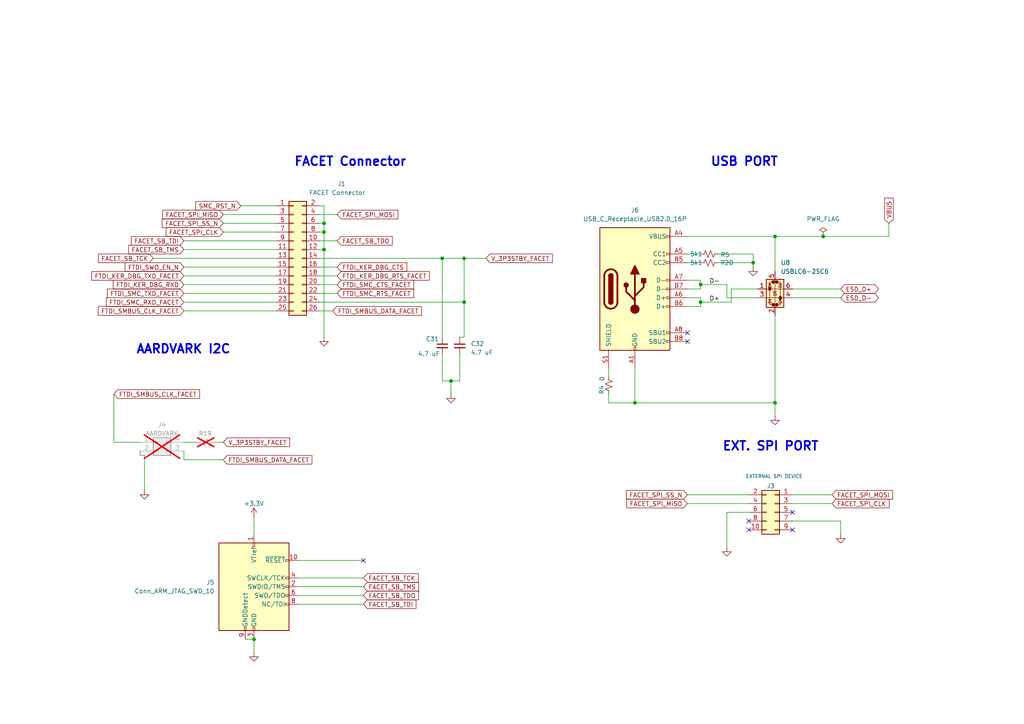
<source format=kicad_sch>
(kicad_sch (version 20250114) (generator "eeschema") (generator_version "9.0")
  (paper "A4")
  (lib_symbols
    (symbol "Connector:Conn_ARM_JTAG_SWD_10" (pin_names (offset 1.016))
      (property "Reference" "J" (at -2.54 16.51 0))
      (property "Value" "Conn_ARM_JTAG_SWD_10" (at -2.54 13.97 0))
      (symbol "Conn_ARM_JTAG_SWD_10_0_1"
        (rectangle (start -10.16 12.7) (end 10.16 -12.7) (stroke (width 0.254)) (fill (type background)))
        (rectangle (start -2.794 -12.7) (end -2.286 -11.684))
        (rectangle (start -0.254 12.7) (end 0.254 11.684))
        (rectangle (start -0.254 -12.7) (end 0.254 -11.684))
        (rectangle (start 9.144 2.286) (end 10.16 2.794))
        (rectangle (start 10.16 7.874) (end 9.144 7.366))
        (rectangle (start 10.16 -0.254) (end 9.144 0.254))
        (rectangle (start 10.16 -2.794) (end 9.144 -2.286))
      )
      (symbol "Conn_ARM_JTAG_SWD_10_1_1"
        (rectangle (start 9.144 -5.334) (end 10.16 -4.826))
        (pin no_connect line (at -10.16 0 0) (length 2.54) (hide yes) (name "KEY") (number "7"))
        (pin passive line (at -2.54 -15.24 90) (length 2.54) (name "GNDDetect") (number "9"))
        (pin power_in line (at 0 15.24 270) (length 2.54) (name "VTref") (number "1"))
        (pin power_in line (at 0 -15.24 90) (length 2.54) (name "GND") (number "3"))
        (pin passive line (at 0 -15.24 90) (length 2.54) (hide yes) (name "GND") (number "5"))
        (pin open_collector line (at 12.7 7.62 180) (length 2.54) (name "~{RESET}") (number "10"))
        (pin output line (at 12.7 2.54 180) (length 2.54) (name "SWCLK/TCK") (number "4"))
        (pin bidirectional line (at 12.7 0 180) (length 2.54) (name "SWDIO/TMS") (number "2"))
        (pin input line (at 12.7 -2.54 180) (length 2.54) (name "SWO/TDO") (number "6"))
        (pin output line (at 12.7 -5.08 180) (length 2.54) (name "NC/TDI") (number "8"))
      )
    )
    (symbol "Connector:USB_C_Receptacle_USB2.0_16P" (pin_names (offset 1.016))
      (property "Reference" "J" (at 0 22.225 0))
      (property "Value" "USB_C_Receptacle_USB2.0_16P" (at 0 19.685 0))
      (symbol "USB_C_Receptacle_USB2.0_16P_0_0"
        (rectangle (start -0.254 -17.78) (end 0.254 -16.764))
        (rectangle (start 10.16 15.494) (end 9.144 14.986))
        (rectangle (start 10.16 10.414) (end 9.144 9.906))
        (rectangle (start 10.16 7.874) (end 9.144 7.366))
        (rectangle (start 10.16 2.794) (end 9.144 2.286))
        (rectangle (start 10.16 0.254) (end 9.144 -0.254))
        (rectangle (start 10.16 -2.286) (end 9.144 -2.794))
        (rectangle (start 10.16 -4.826) (end 9.144 -5.334))
        (rectangle (start 10.16 -12.446) (end 9.144 -12.954))
        (rectangle (start 10.16 -14.986) (end 9.144 -15.494))
      )
      (symbol "USB_C_Receptacle_USB2.0_16P_0_1"
        (rectangle (start -10.16 17.78) (end 10.16 -17.78) (stroke (width 0.254)) (fill (type background)))
        (polyline (pts (xy -8.89 -3.81) (xy -8.89 3.81)) (stroke (width 0.508)))
        (rectangle (start -7.62 -3.81) (end -6.35 3.81) (stroke (width 0.254)) (fill (type outline)))
        (arc (start -7.62 3.81) (mid -6.985 4.4423) (end -6.35 3.81) (stroke (width 0.254)))
        (arc (start -7.62 3.81) (mid -6.985 4.4423) (end -6.35 3.81) (stroke (width 0.254)) (fill (type outline)))
        (arc (start -8.89 3.81) (mid -6.985 5.7067) (end -5.08 3.81) (stroke (width 0.508)))
        (arc (start -5.08 -3.81) (mid -6.985 -5.7067) (end -8.89 -3.81) (stroke (width 0.508)))
        (arc (start -6.35 -3.81) (mid -6.985 -4.4423) (end -7.62 -3.81) (stroke (width 0.254)))
        (arc (start -6.35 -3.81) (mid -6.985 -4.4423) (end -7.62 -3.81) (stroke (width 0.254)) (fill (type outline)))
        (polyline (pts (xy -5.08 3.81) (xy -5.08 -3.81)) (stroke (width 0.508)))
        (circle (center -2.54 1.143) (radius 0.635) (stroke (width 0.254)) (fill (type outline)))
        (polyline (pts (xy -1.27 4.318) (xy 0 6.858) (xy 1.27 4.318) (xy -1.27 4.318)) (stroke (width 0.254)) (fill (type outline)))
        (polyline (pts (xy 0 -2.032) (xy 2.54 0.508) (xy 2.54 1.778)) (stroke (width 0.508)))
        (polyline (pts (xy 0 -3.302) (xy -2.54 -0.762) (xy -2.54 0.508)) (stroke (width 0.508)))
        (polyline (pts (xy 0 -5.842) (xy 0 4.318)) (stroke (width 0.508)))
        (circle (center 0 -5.842) (radius 1.27) (fill (type outline)))
        (rectangle (start 1.905 1.778) (end 3.175 3.048) (stroke (width 0.254)) (fill (type outline)))
      )
      (symbol "USB_C_Receptacle_USB2.0_16P_1_1"
        (pin passive line (at -7.62 -22.86 90) (length 5.08) (name "SHIELD") (number "S1"))
        (pin passive line (at 0 -22.86 90) (length 5.08) (name "GND") (number "A1"))
        (pin passive line (at 0 -22.86 90) (length 5.08) (hide yes) (name "GND") (number "A12"))
        (pin passive line (at 0 -22.86 90) (length 5.08) (hide yes) (name "GND") (number "B1"))
        (pin passive line (at 0 -22.86 90) (length 5.08) (hide yes) (name "GND") (number "B12"))
        (pin passive line (at 15.24 15.24 180) (length 5.08) (name "VBUS") (number "A4"))
        (pin passive line (at 15.24 15.24 180) (length 5.08) (hide yes) (name "VBUS") (number "A9"))
        (pin passive line (at 15.24 15.24 180) (length 5.08) (hide yes) (name "VBUS") (number "B4"))
        (pin passive line (at 15.24 15.24 180) (length 5.08) (hide yes) (name "VBUS") (number "B9"))
        (pin bidirectional line (at 15.24 10.16 180) (length 5.08) (name "CC1") (number "A5"))
        (pin bidirectional line (at 15.24 7.62 180) (length 5.08) (name "CC2") (number "B5"))
        (pin bidirectional line (at 15.24 2.54 180) (length 5.08) (name "D-") (number "A7"))
        (pin bidirectional line (at 15.24 0 180) (length 5.08) (name "D-") (number "B7"))
        (pin bidirectional line (at 15.24 -2.54 180) (length 5.08) (name "D+") (number "A6"))
        (pin bidirectional line (at 15.24 -5.08 180) (length 5.08) (name "D+") (number "B6"))
        (pin bidirectional line (at 15.24 -12.7 180) (length 5.08) (name "SBU1") (number "A8"))
        (pin bidirectional line (at 15.24 -15.24 180) (length 5.08) (name "SBU2") (number "B8"))
      )
    )
    (symbol "Connector_Generic:Conn_02x02_Counter_Clockwise" (pin_names (offset 1.016) (hide yes))
      (property "Reference" "J" (at 1.27 2.54 0))
      (property "Value" "Conn_02x02_Counter_Clockwise" (at 1.27 -5.08 0))
      (symbol "Conn_02x02_Counter_Clockwise_1_1"
        (rectangle (start -1.27 1.27) (end 3.81 -3.81) (stroke (width 0.254)) (fill (type background)))
        (rectangle (start -1.27 0.127) (end 0 -0.127) (stroke (width 0.1524)))
        (rectangle (start -1.27 -2.413) (end 0 -2.667) (stroke (width 0.1524)))
        (rectangle (start 3.81 0.127) (end 2.54 -0.127) (stroke (width 0.1524)))
        (rectangle (start 3.81 -2.413) (end 2.54 -2.667) (stroke (width 0.1524)))
        (pin passive line (at -5.08 0 0) (length 3.81) (name "Pin_1") (number "1"))
        (pin passive line (at -5.08 -2.54 0) (length 3.81) (name "Pin_2") (number "2"))
        (pin passive line (at 7.62 0 180) (length 3.81) (name "Pin_4") (number "4"))
        (pin passive line (at 7.62 -2.54 180) (length 3.81) (name "Pin_3") (number "3"))
      )
    )
    (symbol "Connector_Generic:Conn_02x05_Odd_Even" (pin_names (offset 1.016) (hide yes))
      (property "Reference" "J" (at 1.27 7.62 0))
      (property "Value" "Conn_02x05_Odd_Even" (at 1.27 -7.62 0))
      (symbol "Conn_02x05_Odd_Even_1_1"
        (rectangle (start -1.27 6.35) (end 3.81 -6.35) (stroke (width 0.254)) (fill (type background)))
        (rectangle (start -1.27 5.207) (end 0 4.953) (stroke (width 0.1524)))
        (rectangle (start -1.27 2.667) (end 0 2.413) (stroke (width 0.1524)))
        (rectangle (start -1.27 0.127) (end 0 -0.127) (stroke (width 0.1524)))
        (rectangle (start -1.27 -2.413) (end 0 -2.667) (stroke (width 0.1524)))
        (rectangle (start -1.27 -4.953) (end 0 -5.207) (stroke (width 0.1524)))
        (rectangle (start 3.81 5.207) (end 2.54 4.953) (stroke (width 0.1524)))
        (rectangle (start 3.81 2.667) (end 2.54 2.413) (stroke (width 0.1524)))
        (rectangle (start 3.81 0.127) (end 2.54 -0.127) (stroke (width 0.1524)))
        (rectangle (start 3.81 -2.413) (end 2.54 -2.667) (stroke (width 0.1524)))
        (rectangle (start 3.81 -4.953) (end 2.54 -5.207) (stroke (width 0.1524)))
        (pin passive line (at -5.08 5.08 0) (length 3.81) (name "Pin_1") (number "1"))
        (pin passive line (at -5.08 2.54 0) (length 3.81) (name "Pin_3") (number "3"))
        (pin passive line (at -5.08 0 0) (length 3.81) (name "Pin_5") (number "5"))
        (pin passive line (at -5.08 -2.54 0) (length 3.81) (name "Pin_7") (number "7"))
        (pin passive line (at -5.08 -5.08 0) (length 3.81) (name "Pin_9") (number "9"))
        (pin passive line (at 7.62 5.08 180) (length 3.81) (name "Pin_2") (number "2"))
        (pin passive line (at 7.62 2.54 180) (length 3.81) (name "Pin_4") (number "4"))
        (pin passive line (at 7.62 0 180) (length 3.81) (name "Pin_6") (number "6"))
        (pin passive line (at 7.62 -2.54 180) (length 3.81) (name "Pin_8") (number "8"))
        (pin passive line (at 7.62 -5.08 180) (length 3.81) (name "Pin_10") (number "10"))
      )
    )
    (symbol "Connector_Generic:Conn_02x13_Odd_Even" (pin_names (offset 1.016) (hide yes))
      (property "Reference" "J" (at 1.27 17.78 0))
      (property "Value" "Conn_02x13_Odd_Even" (at 1.27 -17.78 0))
      (symbol "Conn_02x13_Odd_Even_1_1"
        (rectangle (start -1.27 16.51) (end 3.81 -16.51) (stroke (width 0.254)) (fill (type background)))
        (rectangle (start -1.27 15.367) (end 0 15.113) (stroke (width 0.1524)))
        (rectangle (start -1.27 12.827) (end 0 12.573) (stroke (width 0.1524)))
        (rectangle (start -1.27 10.287) (end 0 10.033) (stroke (width 0.1524)))
        (rectangle (start -1.27 7.747) (end 0 7.493) (stroke (width 0.1524)))
        (rectangle (start -1.27 5.207) (end 0 4.953) (stroke (width 0.1524)))
        (rectangle (start -1.27 2.667) (end 0 2.413) (stroke (width 0.1524)))
        (rectangle (start -1.27 0.127) (end 0 -0.127) (stroke (width 0.1524)))
        (rectangle (start -1.27 -2.413) (end 0 -2.667) (stroke (width 0.1524)))
        (rectangle (start -1.27 -4.953) (end 0 -5.207) (stroke (width 0.1524)))
        (rectangle (start -1.27 -7.493) (end 0 -7.747) (stroke (width 0.1524)))
        (rectangle (start -1.27 -10.033) (end 0 -10.287) (stroke (width 0.1524)))
        (rectangle (start -1.27 -12.573) (end 0 -12.827) (stroke (width 0.1524)))
        (rectangle (start -1.27 -15.113) (end 0 -15.367) (stroke (width 0.1524)))
        (rectangle (start 3.81 15.367) (end 2.54 15.113) (stroke (width 0.1524)))
        (rectangle (start 3.81 12.827) (end 2.54 12.573) (stroke (width 0.1524)))
        (rectangle (start 3.81 10.287) (end 2.54 10.033) (stroke (width 0.1524)))
        (rectangle (start 3.81 7.747) (end 2.54 7.493) (stroke (width 0.1524)))
        (rectangle (start 3.81 5.207) (end 2.54 4.953) (stroke (width 0.1524)))
        (rectangle (start 3.81 2.667) (end 2.54 2.413) (stroke (width 0.1524)))
        (rectangle (start 3.81 0.127) (end 2.54 -0.127) (stroke (width 0.1524)))
        (rectangle (start 3.81 -2.413) (end 2.54 -2.667) (stroke (width 0.1524)))
        (rectangle (start 3.81 -4.953) (end 2.54 -5.207) (stroke (width 0.1524)))
        (rectangle (start 3.81 -7.493) (end 2.54 -7.747) (stroke (width 0.1524)))
        (rectangle (start 3.81 -10.033) (end 2.54 -10.287) (stroke (width 0.1524)))
        (rectangle (start 3.81 -12.573) (end 2.54 -12.827) (stroke (width 0.1524)))
        (rectangle (start 3.81 -15.113) (end 2.54 -15.367) (stroke (width 0.1524)))
        (pin passive line (at -5.08 15.24 0) (length 3.81) (name "Pin_1") (number "1"))
        (pin passive line (at -5.08 12.7 0) (length 3.81) (name "Pin_3") (number "3"))
        (pin passive line (at -5.08 10.16 0) (length 3.81) (name "Pin_5") (number "5"))
        (pin passive line (at -5.08 7.62 0) (length 3.81) (name "Pin_7") (number "7"))
        (pin passive line (at -5.08 5.08 0) (length 3.81) (name "Pin_9") (number "9"))
        (pin passive line (at -5.08 2.54 0) (length 3.81) (name "Pin_11") (number "11"))
        (pin passive line (at -5.08 0 0) (length 3.81) (name "Pin_13") (number "13"))
        (pin passive line (at -5.08 -2.54 0) (length 3.81) (name "Pin_15") (number "15"))
        (pin passive line (at -5.08 -5.08 0) (length 3.81) (name "Pin_17") (number "17"))
        (pin passive line (at -5.08 -7.62 0) (length 3.81) (name "Pin_19") (number "19"))
        (pin passive line (at -5.08 -10.16 0) (length 3.81) (name "Pin_21") (number "21"))
        (pin passive line (at -5.08 -12.7 0) (length 3.81) (name "Pin_23") (number "23"))
        (pin passive line (at -5.08 -15.24 0) (length 3.81) (name "Pin_25") (number "25"))
        (pin passive line (at 7.62 15.24 180) (length 3.81) (name "Pin_2") (number "2"))
        (pin passive line (at 7.62 12.7 180) (length 3.81) (name "Pin_4") (number "4"))
        (pin passive line (at 7.62 10.16 180) (length 3.81) (name "Pin_6") (number "6"))
        (pin passive line (at 7.62 7.62 180) (length 3.81) (name "Pin_8") (number "8"))
        (pin passive line (at 7.62 5.08 180) (length 3.81) (name "Pin_10") (number "10"))
        (pin passive line (at 7.62 2.54 180) (length 3.81) (name "Pin_12") (number "12"))
        (pin passive line (at 7.62 0 180) (length 3.81) (name "Pin_14") (number "14"))
        (pin passive line (at 7.62 -2.54 180) (length 3.81) (name "Pin_16") (number "16"))
        (pin passive line (at 7.62 -5.08 180) (length 3.81) (name "Pin_18") (number "18"))
        (pin passive line (at 7.62 -7.62 180) (length 3.81) (name "Pin_20") (number "20"))
        (pin passive line (at 7.62 -10.16 180) (length 3.81) (name "Pin_22") (number "22"))
        (pin passive line (at 7.62 -12.7 180) (length 3.81) (name "Pin_24") (number "24"))
        (pin passive line (at 7.62 -15.24 180) (length 3.81) (name "Pin_26") (number "26"))
      )
    )
    (symbol "Device:C_Small" (pin_numbers (hide yes)) (pin_names (offset 0.254) (hide yes))
      (property "Reference" "C" (at 0.254 1.778 0))
      (property "Value" "C_Small" (at 0.254 -2.032 0))
      (symbol "C_Small_0_1"
        (polyline (pts (xy -1.524 0.508) (xy 1.524 0.508)) (stroke (width 0.3048)))
        (polyline (pts (xy -1.524 -0.508) (xy 1.524 -0.508)) (stroke (width 0.3302)))
      )
      (symbol "C_Small_1_1"
        (pin passive line (at 0 2.54 270) (length 2.032) (name "~") (number "1"))
        (pin passive line (at 0 -2.54 90) (length 2.032) (name "~") (number "2"))
      )
    )
    (symbol "Device:R_Small_US" (pin_numbers (hide yes)) (pin_names (offset 0.254) (hide yes))
      (property "Reference" "R" (at 0.762 0.508 0))
      (property "Value" "R_Small_US" (at 0.762 -1.016 0))
      (symbol "R_Small_US_1_1"
        (polyline (pts (xy 0 1.524) (xy 1.016 1.143) (xy 0 0.762) (xy -1.016 0.381) (xy 0 0)))
        (polyline (pts (xy 0 0) (xy 1.016 -0.381) (xy 0 -0.762) (xy -1.016 -1.143) (xy 0 -1.524)))
        (pin passive line (at 0 2.54 270) (length 1.016) (name "~") (number "1"))
        (pin passive line (at 0 -2.54 90) (length 1.016) (name "~") (number "2"))
      )
    )
    (symbol "Power_Protection:USBLC6-2SC6" (pin_names (hide yes))
      (property "Reference" "U" (at 0.635 5.715 0))
      (property "Value" "USBLC6-2SC6" (at 0.635 3.81 0))
      (symbol "USBLC6-2SC6_0_0"
        (circle (center -1.524 0) (radius 0.0001) (stroke (width 0.508)))
        (circle (center -0.508 2.032) (radius 0.0001) (stroke (width 0.508)))
        (circle (center -0.508 -4.572) (radius 0.0001) (stroke (width 0.508)))
        (circle (center 0.508 2.032) (radius 0.0001) (stroke (width 0.508)))
        (circle (center 0.508 -4.572) (radius 0.0001) (stroke (width 0.508)))
        (circle (center 1.524 -2.54) (radius 0.0001) (stroke (width 0.508)))
      )
      (symbol "USBLC6-2SC6_0_1"
        (polyline (pts (xy -2.54 0) (xy 2.54 0)))
        (polyline (pts (xy -2.54 -2.54) (xy 2.54 -2.54)))
        (polyline (pts (xy -2.032 0.508) (xy -1.016 0.508) (xy -1.524 1.524) (xy -2.032 0.508)))
        (polyline (pts (xy -2.032 -3.048) (xy -1.016 -3.048)))
        (polyline (pts (xy -1.016 1.524) (xy -2.032 1.524)))
        (polyline (pts (xy -1.016 -4.064) (xy -2.032 -4.064) (xy -1.524 -3.048) (xy -1.016 -4.064)))
        (polyline (pts (xy -0.508 -1.143) (xy -0.508 -0.762) (xy 0.508 -0.762)))
        (polyline (pts (xy 0 2.54) (xy -0.508 2.032) (xy 0.508 2.032) (xy 0 1.524) (xy 0 -4.064) (xy -0.508 -4.572) (xy 0.508 -4.572) (xy 0 -5.08)))
        (polyline (pts (xy 0.508 -1.778) (xy -0.508 -1.778) (xy 0 -0.762) (xy 0.508 -1.778)))
        (polyline (pts (xy 1.016 1.524) (xy 2.032 1.524)))
        (polyline (pts (xy 1.016 -3.048) (xy 2.032 -3.048)))
        (polyline (pts (xy 2.032 0.508) (xy 1.016 0.508) (xy 1.524 1.524) (xy 2.032 0.508)))
        (polyline (pts (xy 2.032 -4.064) (xy 1.016 -4.064) (xy 1.524 -3.048) (xy 2.032 -4.064)))
      )
      (symbol "USBLC6-2SC6_1_1"
        (rectangle (start -2.54 2.794) (end 2.54 -5.334) (stroke (width 0.254)) (fill (type background)))
        (polyline (pts (xy -0.508 2.032) (xy -1.524 2.032) (xy -1.524 -4.572) (xy -0.508 -4.572)))
        (polyline (pts (xy 0.508 -4.572) (xy 1.524 -4.572) (xy 1.524 2.032) (xy 0.508 2.032)))
        (pin passive line (at -5.08 0 0) (length 2.54) (name "I/O1") (number "1"))
        (pin passive line (at -5.08 -2.54 0) (length 2.54) (name "I/O2") (number "3"))
        (pin passive line (at 0 5.08 270) (length 2.54) (name "VBUS") (number "5"))
        (pin passive line (at 0 -7.62 90) (length 2.54) (name "GND") (number "2"))
        (pin passive line (at 5.08 0 180) (length 2.54) (name "I/O1") (number "6"))
        (pin passive line (at 5.08 -2.54 180) (length 2.54) (name "I/O2") (number "4"))
      )
    )
    (symbol "power:+3.3V" (power) (pin_numbers (hide yes)) (pin_names (offset 0) (hide yes))
      (property "Value" "+3.3V" (at 0 3.556 0))
      (symbol "+3.3V_0_1"
        (polyline (pts (xy -0.762 1.27) (xy 0 2.54)))
        (polyline (pts (xy 0 2.54) (xy 0.762 1.27)))
        (polyline (pts (xy 0 0) (xy 0 2.54)))
      )
      (symbol "+3.3V_1_1"
        (pin power_in line (at 0 0 90) (length 0) (name "~") (number "1"))
      )
    )
    (symbol "power:GND" (power) (pin_numbers (hide yes)) (pin_names (offset 0) (hide yes))
      (property "Value" "GND" (at 0 -3.81 0))
      (symbol "GND_0_1"
        (polyline (pts (xy 0 0) (xy 0 -1.27) (xy 1.27 -1.27) (xy 0 -2.54) (xy -1.27 -1.27) (xy 0 -1.27)))
      )
      (symbol "GND_1_1"
        (pin power_in line (at 0 0 270) (length 0) (name "~") (number "1"))
      )
    )
    (symbol "power:PWR_FLAG" (power) (pin_numbers (hide yes)) (pin_names (offset 0) (hide yes))
      (property "Value" "PWR_FLAG" (at 0 3.81 0))
      (symbol "PWR_FLAG_0_0"
        (pin power_out line (at 0 0 90) (length 0) (name "~") (number "1"))
      )
      (symbol "PWR_FLAG_0_1"
        (polyline (pts (xy 0 0) (xy 0 1.27) (xy -1.016 1.905) (xy 0 2.54) (xy 1.016 1.905) (xy 0 1.27)))
      )
    )
  )
  (text "AARDVARK I2C" (at 39.37 102.87 0) (effects (font (size 2.54 2.54) (bold yes)) (justify left bottom)))
  (text "USB PORT" (at 215.9 46.99 0) (effects (font (size 2.54 2.54) (bold yes))))
  (text "EXT. SPI PORT" (at 223.52 129.54 0) (effects (font (size 2.54 2.54) (bold yes))))
  (text "FACET Connector" (at 101.6 46.99 0) (effects (font (size 2.54 2.54) (thickness 0.508) (bold yes))))
  (junction (at 134.62 87.63))
  (junction (at 128.27 74.93))
  (junction (at 93.98 64.77))
  (junction (at 218.44 76.2))
  (junction (at 224.79 68.58))
  (junction (at 73.66 185.42))
  (junction (at 134.62 74.93))
  (junction (at 224.79 116.84))
  (junction (at 130.81 110.49))
  (junction (at 203.2 87.63))
  (junction (at 238.76 68.58))
  (junction (at 203.2 82.55))
  (junction (at 93.98 67.31))
  (junction (at 93.98 72.39))
  (junction (at 184.15 116.84))
  (no_connect (at 199.39 96.52))
  (no_connect (at 105.41 162.56))
  (no_connect (at 199.39 99.06))
  (no_connect (at 229.87 153.67))
  (no_connect (at 229.87 148.59))
  (no_connect (at 217.17 153.67))
  (no_connect (at 217.17 151.13))
  (wire (pts (xy 218.44 73.66) (xy 218.44 76.2)))
  (wire (pts (xy 203.2 82.55) (xy 210.82 82.55)))
  (wire (pts (xy 128.27 74.93) (xy 92.71 74.93)))
  (wire (pts (xy 92.71 87.63) (xy 134.62 87.63)))
  (wire (pts (xy 229.87 83.82) (xy 243.84 83.82)))
  (wire (pts (xy 199.39 81.28) (xy 203.2 81.28)))
  (wire (pts (xy 86.36 172.72) (xy 105.41 172.72)))
  (wire (pts (xy 41.91 132.08) (xy 41.91 142.24)))
  (wire (pts (xy 210.82 148.59) (xy 210.82 158.75)))
  (wire (pts (xy 64.77 67.31) (xy 80.01 67.31)))
  (wire (pts (xy 224.79 68.58) (xy 224.79 78.74)))
  (wire (pts (xy 199.39 86.36) (xy 203.2 86.36)))
  (wire (pts (xy 73.66 149.86) (xy 73.66 154.94)))
  (wire (pts (xy 199.39 76.2) (xy 203.2 76.2)))
  (wire (pts (xy 53.34 85.09) (xy 80.01 85.09)))
  (wire (pts (xy 33.02 114.3) (xy 33.02 128.27)))
  (wire (pts (xy 86.36 162.56) (xy 105.41 162.56)))
  (wire (pts (xy 184.15 116.84) (xy 224.79 116.84)))
  (wire (pts (xy 53.34 128.27) (xy 57.15 128.27)))
  (wire (pts (xy 92.71 72.39) (xy 93.98 72.39)))
  (wire (pts (xy 243.84 151.13) (xy 243.84 154.94)))
  (wire (pts (xy 224.79 91.44) (xy 224.79 116.84)))
  (wire (pts (xy 33.02 128.27) (xy 40.64 128.27)))
  (wire (pts (xy 86.36 170.18) (xy 105.41 170.18)))
  (wire (pts (xy 53.34 72.39) (xy 80.01 72.39)))
  (wire (pts (xy 62.23 128.27) (xy 64.77 128.27)))
  (wire (pts (xy 199.39 88.9) (xy 203.2 88.9)))
  (wire (pts (xy 53.34 80.01) (xy 80.01 80.01)))
  (wire (pts (xy 134.62 74.93) (xy 134.62 87.63)))
  (wire (pts (xy 128.27 74.93) (xy 128.27 97.79)))
  (wire (pts (xy 176.53 116.84) (xy 176.53 114.3)))
  (wire (pts (xy 203.2 82.55) (xy 203.2 83.82)))
  (wire (pts (xy 92.71 62.23) (xy 97.79 62.23)))
  (wire (pts (xy 71.12 185.42) (xy 73.66 185.42)))
  (wire (pts (xy 69.85 59.69) (xy 80.01 59.69)))
  (wire (pts (xy 203.2 82.55) (xy 203.2 81.28)))
  (wire (pts (xy 93.98 64.77) (xy 93.98 67.31)))
  (wire (pts (xy 92.71 90.17) (xy 96.52 90.17)))
  (wire (pts (xy 203.2 87.63) (xy 203.2 88.9)))
  (wire (pts (xy 212.09 83.82) (xy 219.71 83.82)))
  (wire (pts (xy 53.34 90.17) (xy 80.01 90.17)))
  (wire (pts (xy 134.62 74.93) (xy 140.97 74.93)))
  (wire (pts (xy 210.82 82.55) (xy 210.82 86.36)))
  (wire (pts (xy 133.35 110.49) (xy 133.35 102.87)))
  (wire (pts (xy 212.09 87.63) (xy 212.09 83.82)))
  (wire (pts (xy 199.39 143.51) (xy 217.17 143.51)))
  (wire (pts (xy 53.34 133.35) (xy 53.34 130.81)))
  (wire (pts (xy 184.15 106.68) (xy 184.15 116.84)))
  (wire (pts (xy 199.39 83.82) (xy 203.2 83.82)))
  (wire (pts (xy 93.98 72.39) (xy 93.98 97.79)))
  (wire (pts (xy 92.71 77.47) (xy 97.79 77.47)))
  (wire (pts (xy 64.77 64.77) (xy 80.01 64.77)))
  (wire (pts (xy 199.39 73.66) (xy 203.2 73.66)))
  (wire (pts (xy 128.27 102.87) (xy 128.27 110.49)))
  (wire (pts (xy 134.62 87.63) (xy 134.62 97.79)))
  (wire (pts (xy 92.71 80.01) (xy 97.79 80.01)))
  (wire (pts (xy 229.87 151.13) (xy 243.84 151.13)))
  (wire (pts (xy 130.81 110.49) (xy 130.81 114.3)))
  (wire (pts (xy 64.77 62.23) (xy 80.01 62.23)))
  (wire (pts (xy 217.17 148.59) (xy 210.82 148.59)))
  (wire (pts (xy 176.53 106.68) (xy 176.53 109.22)))
  (wire (pts (xy 208.28 76.2) (xy 218.44 76.2)))
  (wire (pts (xy 134.62 97.79) (xy 133.35 97.79)))
  (wire (pts (xy 199.39 146.05) (xy 217.17 146.05)))
  (wire (pts (xy 257.81 64.77) (xy 257.81 68.58)))
  (wire (pts (xy 224.79 120.65) (xy 224.79 116.84)))
  (wire (pts (xy 86.36 167.64) (xy 105.41 167.64)))
  (wire (pts (xy 93.98 59.69) (xy 93.98 64.77)))
  (wire (pts (xy 203.2 87.63) (xy 212.09 87.63)))
  (wire (pts (xy 40.64 132.08) (xy 41.91 132.08)))
  (wire (pts (xy 229.87 146.05) (xy 241.3 146.05)))
  (wire (pts (xy 218.44 76.2) (xy 218.44 77.47)))
  (wire (pts (xy 92.71 59.69) (xy 93.98 59.69)))
  (wire (pts (xy 92.71 64.77) (xy 93.98 64.77)))
  (wire (pts (xy 53.34 133.35) (xy 64.77 133.35)))
  (wire (pts (xy 44.45 74.93) (xy 80.01 74.93)))
  (wire (pts (xy 93.98 67.31) (xy 93.98 72.39)))
  (wire (pts (xy 199.39 68.58) (xy 224.79 68.58)))
  (wire (pts (xy 208.28 73.66) (xy 218.44 73.66)))
  (wire (pts (xy 53.34 82.55) (xy 80.01 82.55)))
  (wire (pts (xy 73.66 185.42) (xy 73.66 189.23)))
  (wire (pts (xy 130.81 110.49) (xy 133.35 110.49)))
  (wire (pts (xy 86.36 175.26) (xy 105.41 175.26)))
  (wire (pts (xy 40.64 130.81) (xy 40.64 132.08)))
  (wire (pts (xy 92.71 69.85) (xy 97.79 69.85)))
  (wire (pts (xy 53.34 77.47) (xy 80.01 77.47)))
  (wire (pts (xy 92.71 85.09) (xy 97.79 85.09)))
  (wire (pts (xy 92.71 82.55) (xy 97.79 82.55)))
  (wire (pts (xy 53.34 69.85) (xy 80.01 69.85)))
  (wire (pts (xy 134.62 74.93) (xy 128.27 74.93)))
  (wire (pts (xy 210.82 86.36) (xy 219.71 86.36)))
  (wire (pts (xy 229.87 143.51) (xy 241.3 143.51)))
  (wire (pts (xy 128.27 110.49) (xy 130.81 110.49)))
  (wire (pts (xy 184.15 116.84) (xy 176.53 116.84)))
  (wire (pts (xy 203.2 87.63) (xy 203.2 86.36)))
  (wire (pts (xy 229.87 86.36) (xy 243.84 86.36)))
  (wire (pts (xy 53.34 87.63) (xy 80.01 87.63)))
  (wire (pts (xy 92.71 67.31) (xy 93.98 67.31)))
  (wire (pts (xy 238.76 68.58) (xy 224.79 68.58)))
  (wire (pts (xy 238.76 68.58) (xy 257.81 68.58)))
  (label "D+" (at 205.74 87.63 0))
  (label "D-" (at 205.74 82.55 0))
  (global_label "FACET_SB_TCK" (shape input) (at 105.41 167.64 0) (property "Intersheetrefs" "${INTERSHEET_REFS}" (effects (hide yes))))
  (global_label "FACET_SB_TMS" (shape input) (at 105.41 170.18 0) (property "Intersheetrefs" "${INTERSHEET_REFS}" (effects (hide yes))))
  (global_label "V_3P3STBY_FACET" (shape input) (at 64.77 128.27 0) (property "Intersheetrefs" "${INTERSHEET_REFS}" (effects (hide yes))))
  (global_label "FTDI_SMC_CTS_FACET" (shape input) (at 97.79 82.55 0) (property "Intersheetrefs" "${INTERSHEET_REFS}" (effects (hide yes))))
  (global_label "FTDI_SWO_EN_N" (shape input) (at 53.34 77.47 180) (property "Intersheetrefs" "${INTERSHEET_REFS}" (effects (hide yes))))
  (global_label "VBUS" (shape input) (at 257.81 64.77 90) (property "Intersheetrefs" "${INTERSHEET_REFS}" (effects (hide yes))))
  (global_label "FACET_SPI_MISO" (shape input) (at 199.39 146.05 180) (property "Intersheetrefs" "${INTERSHEET_REFS}" (effects (hide yes))))
  (global_label "FACET_SPI_MOSI" (shape input) (at 241.3 143.51 0) (property "Intersheetrefs" "${INTERSHEET_REFS}" (effects (hide yes))))
  (global_label "FACET_SB_TDO" (shape input) (at 97.79 69.85 0) (property "Intersheetrefs" "${INTERSHEET_REFS}" (effects (hide yes))))
  (global_label "FTDI_SMBUS_CLK_FACET" (shape input) (at 33.02 114.3 0) (property "Intersheetrefs" "${INTERSHEET_REFS}" (effects (hide yes))))
  (global_label "FACET_SB_TMS" (shape input) (at 53.34 72.39 180) (property "Intersheetrefs" "${INTERSHEET_REFS}" (effects (hide yes))))
  (global_label "FACET_SB_TDI" (shape input) (at 105.41 175.26 0) (property "Intersheetrefs" "${INTERSHEET_REFS}" (effects (hide yes))))
  (global_label "FACET_SPI_SS_N" (shape input) (at 199.39 143.51 180) (property "Intersheetrefs" "${INTERSHEET_REFS}" (effects (hide yes))))
  (global_label "FTDI_SMC_RTS_FACET" (shape input) (at 97.79 85.09 0) (property "Intersheetrefs" "${INTERSHEET_REFS}" (effects (hide yes))))
  (global_label "FACET_SPI_SS_N" (shape input) (at 64.77 64.77 180) (property "Intersheetrefs" "${INTERSHEET_REFS}" (effects (hide yes))))
  (global_label "FTDI_SMBUS_DATA_FACET" (shape input) (at 96.52 90.17 0) (property "Intersheetrefs" "${INTERSHEET_REFS}" (effects (hide yes))))
  (global_label "FACET_SPI_CLK" (shape input) (at 64.77 67.31 180) (property "Intersheetrefs" "${INTERSHEET_REFS}" (effects (hide yes))))
  (global_label "FTDI_SMBUS_CLK_FACET" (shape input) (at 53.34 90.17 180) (property "Intersheetrefs" "${INTERSHEET_REFS}" (effects (hide yes))))
  (global_label "ESD_D+" (shape bidirectional) (at 243.84 83.82 0) (property "Intersheetrefs" "${INTERSHEET_REFS}" (effects (hide yes))))
  (global_label "V_3P3STBY_FACET" (shape input) (at 140.97 74.93 0) (property "Intersheetrefs" "${INTERSHEET_REFS}" (effects (hide yes))))
  (global_label "FTDI_KER_DBG_CTS" (shape input) (at 97.79 77.47 0) (property "Intersheetrefs" "${INTERSHEET_REFS}" (effects (hide yes))))
  (global_label "FTDI_SMBUS_DATA_FACET" (shape input) (at 64.77 133.35 0) (property "Intersheetrefs" "${INTERSHEET_REFS}" (effects (hide yes))))
  (global_label "FACET_SB_TDO" (shape input) (at 105.41 172.72 0) (property "Intersheetrefs" "${INTERSHEET_REFS}" (effects (hide yes))))
  (global_label "FACET_SB_TDI" (shape input) (at 53.34 69.85 180) (property "Intersheetrefs" "${INTERSHEET_REFS}" (effects (hide yes))))
  (global_label "FACET_SB_TCK" (shape input) (at 44.45 74.93 180) (property "Intersheetrefs" "${INTERSHEET_REFS}" (effects (hide yes))))
  (global_label "SMC_RST_N" (shape input) (at 69.85 59.69 180) (property "Intersheetrefs" "${INTERSHEET_REFS}" (effects (hide yes))))
  (global_label "FTDI_KER_DBG_TXD_FACET" (shape input) (at 53.34 80.01 180) (property "Intersheetrefs" "${INTERSHEET_REFS}" (effects (hide yes))))
  (global_label "FTDI_KER_DBG_RXD" (shape input) (at 53.34 82.55 180) (property "Intersheetrefs" "${INTERSHEET_REFS}" (effects (hide yes))))
  (global_label "FACET_SPI_MISO" (shape input) (at 64.77 62.23 180) (property "Intersheetrefs" "${INTERSHEET_REFS}" (effects (hide yes))))
  (global_label "ESD_D-" (shape bidirectional) (at 243.84 86.36 0) (property "Intersheetrefs" "${INTERSHEET_REFS}" (effects (hide yes))))
  (global_label "FACET_SPI_CLK" (shape input) (at 241.3 146.05 0) (property "Intersheetrefs" "${INTERSHEET_REFS}" (effects (hide yes))))
  (global_label "FTDI_SMC_RXD_FACET" (shape input) (at 53.34 87.63 180) (property "Intersheetrefs" "${INTERSHEET_REFS}" (effects (hide yes))))
  (global_label "FTDI_KER_DBG_RTS_FACET" (shape input) (at 97.79 80.01 0) (property "Intersheetrefs" "${INTERSHEET_REFS}" (effects (hide yes))))
  (global_label "FACET_SPI_MOSI" (shape input) (at 97.79 62.23 0) (property "Intersheetrefs" "${INTERSHEET_REFS}" (effects (hide yes))))
  (global_label "FTDI_SMC_TXD_FACET" (shape input) (at 53.34 85.09 180) (property "Intersheetrefs" "${INTERSHEET_REFS}" (effects (hide yes))))
  (symbol (lib_id "power:PWR_FLAG") (at 238.76 68.58 0) (unit 1)
    (property "Reference" "#FLG07" (effects (hide yes)))
    (property "Value" "PWR_FLAG" (at 238.76 63.5 0))
    (property "Description" "Special symbol for telling ERC where power comes from" (effects (hide yes)))
  )
  (symbol (lib_id "Device:R_Small_US") (at 205.74 76.2 90) (unit 1)
    (property "Reference" "R20" (at 210.82 76.2 90))
    (property "Value" "5k1" (at 201.93 76.2 90))
    (property "Footprint" "Resistor_SMD:R_0402_1005Metric" (effects (hide yes)))
    (property "Description" "Resistor, small US symbol" (effects (hide yes)))
    (property "LCSC" "C25905" (effects (hide yes)))
  )
  (symbol (lib_id "Power_Protection:USBLC6-2SC6") (at 224.79 83.82 0) (unit 1)
    (property "Reference" "U8" (at 226.4411 76.2 0) (effects (justify left)))
    (property "Value" "USBLC6-2SC6" (at 226.4411 78.74 0) (effects (justify left)))
    (property "Footprint" "Package_TO_SOT_SMD:SOT-23-6" (effects (hide yes)))
    (property "Datasheet" "https://www.digikey.ch/htmldatasheets/production/7427/0/0/2/usblc6-2.pdf" (effects (hide yes)))
    (property "Description" "Very low capacitance ESD protection diode, 2 data-line, SOT-23-6" (effects (hide yes)))
    (property "LCSC" "C7519" (effects (hide yes)))
  )
  (symbol (lib_id "power:GND") (at 210.82 158.75 0) (unit 1)
    (property "Reference" "#PWR044" (effects (hide yes)))
    (property "Value" "Earth" (effects (hide yes)))
    (property "Description" "Power symbol creates a global label with name \"GND\" , ground" (effects (hide yes)))
  )
  (symbol (lib_id "power:GND") (at 243.84 154.94 0) (unit 1)
    (property "Reference" "#PWR020" (effects (hide yes)))
    (property "Value" "Earth" (effects (hide yes)))
    (property "Description" "Power symbol creates a global label with name \"GND\" , ground" (effects (hide yes)))
  )
  (symbol (lib_id "Connector_Generic:Conn_02x05_Odd_Even") (at 224.79 148.59 0) (mirror y) (unit 1)
    (property "Reference" "J3" (at 223.52 140.97 0))
    (property "Value" "EXTERNAL SPI DEVICE" (at 224.54 138.14 0) (effects (font (size 1 1))))
    (property "Footprint" "Connector_JST:JST_PHD_B10B-PHDSS_2x05_P2.00mm_Vertical" (effects (hide yes)))
    (property "Datasheet" "https://www.jst-connector.com/datasheet/jst-connector/B10B-PHDSS.pdf" (effects (hide yes)))
    (property "Description" "Generic connector, double row, 02x05, odd/even pin numbering scheme (row 1 odd numbers, row 2 even numbers), script generated (kicad-library-utils/schlib/autogen/connector/)" (effects (hide yes)))
    (property "LCSC" "C471519" (effects (hide yes)))
  )
  (symbol (lib_id "Device:C_Small") (at 128.27 100.33 0) (unit 1)
    (property "Reference" "C31" (at 123.444 98.298 0) (effects (justify left)))
    (property "Value" "4.7 uF" (at 121.158 102.616 0) (effects (justify left)))
    (property "Footprint" "Capacitor_SMD:C_0603_1608Metric" (effects (hide yes)))
    (property "Description" "Unpolarized capacitor, small symbol" (effects (hide yes)))
    (property "LCSC" "C19666" (effects (hide yes)))
  )
  (symbol (lib_id "Device:C_Small") (at 133.35 100.33 0) (unit 1)
    (property "Reference" "C32" (at 136.525 99.7013 0) (effects (justify left)))
    (property "Value" "4.7 uF" (at 136.525 102.2413 0) (effects (justify left)))
    (property "Footprint" "Capacitor_SMD:C_0603_1608Metric" (effects (hide yes)))
    (property "Description" "Unpolarized capacitor, small symbol" (effects (hide yes)))
    (property "LCSC" "C19666" (effects (hide yes)))
  )
  (symbol (lib_id "power:GND") (at 224.79 120.65 0) (unit 1)
    (property "Reference" "#PWR036" (effects (hide yes)))
    (property "Value" "Earth" (effects (hide yes)))
    (property "Description" "Power symbol creates a global label with name \"GND\" , ground" (effects (hide yes)))
  )
  (symbol (lib_id "power:GND") (at 218.44 77.47 0) (unit 1)
    (property "Reference" "#PWR021" (effects (hide yes)))
    (property "Value" "Earth" (effects (hide yes)))
    (property "Description" "Power symbol creates a global label with name \"GND\" , ground" (effects (hide yes)))
  )
  (symbol (lib_id "Device:R_Small_US") (at 205.74 73.66 90) (unit 1)
    (property "Reference" "R5" (at 210.312 73.914 90))
    (property "Value" "5k1" (at 201.93 73.66 90))
    (property "Footprint" "Resistor_SMD:R_0402_1005Metric" (effects (hide yes)))
    (property "Description" "Resistor, small US symbol" (effects (hide yes)))
    (property "LCSC" "C25905" (effects (hide yes)))
  )
  (symbol (lib_id "Device:R_Small_US") (at 176.53 111.76 0) (unit 1)
    (property "Reference" "R4" (at 174.498 113.03 90))
    (property "Value" "0" (at 174.625 109.855 90))
    (property "Footprint" "Resistor_SMD:R_1206_3216Metric" (effects (hide yes)))
    (property "Description" "Resistor, small US symbol" (effects (hide yes)))
    (property "LCSC" "C17168" (effects (hide yes)))
  )
  (symbol (lib_id "power:GND") (at 93.98 97.79 0) (unit 1)
    (property "Reference" "#PWR01" (effects (hide yes)))
    (property "Value" "Earth" (effects (hide yes)))
    (property "Description" "Power symbol creates a global label with name \"GND\" , ground" (effects (hide yes)))
  )
  (symbol (lib_id "Device:R_Small_US") (at 59.69 128.27 90) (unit 1) (dnp yes)
    (property "Reference" "R19" (at 61.468 125.73 90) (effects (justify left)))
    (property "Value" "0" (effects (hide yes)))
    (property "Footprint" "Resistor_SMD:R_0402_1005Metric" (effects (hide yes)))
    (property "Description" "Resistor, small US symbol" (effects (hide yes)))
    (property "LCSC" "C17168" (effects (hide yes)))
  )
  (symbol (lib_id "power:GND") (at 130.81 114.3 0) (unit 1)
    (property "Reference" "#PWR066" (effects (hide yes)))
    (property "Value" "Earth" (effects (hide yes)))
    (property "Description" "Power symbol creates a global label with name \"GND\" , ground" (effects (hide yes)))
  )
  (symbol (lib_id "Connector_Generic:Conn_02x02_Counter_Clockwise") (at 45.72 128.27 0) (unit 1) (dnp yes)
    (property "Reference" "J4" (at 46.99 123.19 0))
    (property "Value" "AARDVARK" (at 46.99 125.73 0))
    (property "Footprint" "Connector_PinHeader_2.00mm:PinHeader_2x02_P2.00mm_Vertical" (effects (hide yes)))
    (property "Datasheet" "https://cdn.amphenol-cs.com/media/wysiwyg/files/drawing/20021221.pdf" (effects (hide yes)))
    (property "Description" "Generic connector, double row, 02x02, counter clockwise pin numbering scheme (similar to DIP package numbering), script generated (kicad-library-utils/schlib/autogen/connector/)" (effects (hide yes)))
    (property "LCSC" "C41415752" (effects (hide yes)))
  )
  (symbol (lib_id "Connector:Conn_ARM_JTAG_SWD_10") (at 73.66 170.18 0) (unit 1)
    (property "Reference" "J5" (at 62.23 168.9099 0) (effects (justify right)))
    (property "Value" "Conn_ARM_JTAG_SWD_10" (at 62.23 171.4499 0) (effects (justify right)))
    (property "Footprint" "Connector_PinHeader_1.27mm:PinHeader_2x05_P1.27mm_Vertical_SMD" (effects (hide yes)))
    (property "Datasheet" "http://infocenter.arm.com/help/topic/com.arm.doc.ddi0314h/DDI0314H_coresight_components_trm.pdf" (effects (hide yes)))
    (property "Description" "Cortex Debug Connector, standard ARM Cortex-M SWD and JTAG interface" (effects (hide yes)))
    (property "LCSC" "C22392240" (effects (hide yes)))
  )
  (symbol (lib_id "Connector_Generic:Conn_02x13_Odd_Even") (at 85.09 74.93 0) (unit 1)
    (property "Reference" "J1" (at 99.06 53.34 0))
    (property "Value" "FACET Connector" (at 97.79 55.88 0))
    (property "Footprint" "Connector_PinHeader_2.00mm:PinHeader_2x13_P2.00mm_Vertical_SMD" (effects (hide yes)))
    (property "Datasheet" "https://mm.digikey.com/Volume0/opasdata/d220001/medias/docus/6129/stmm-1xx-xx-xx-d-xx-xx-xx-x-xx-mkt1.pdf" (effects (hide yes)))
    (property "Description" "Generic connector, double row, 02x13, odd/even pin numbering scheme (row 1 odd numbers, row 2 even numbers), script generated (kicad-library-utils/schlib/autogen/connector/)" (effects (hide yes)))
    (property "LCSC" "C720761" (effects (hide yes)))
  )
  (symbol (lib_id "power:GND") (at 41.91 142.24 0) (unit 1)
    (property "Reference" "#PWR025" (effects (hide yes)))
    (property "Value" "Earth" (effects (hide yes)))
    (property "Description" "Power symbol creates a global label with name \"GND\" , ground" (effects (hide yes)))
  )
  (symbol (lib_id "Connector:USB_C_Receptacle_USB2.0_16P") (at 184.15 83.82 0) (unit 1)
    (property "Reference" "J6" (at 184.15 60.96 0))
    (property "Value" "USB_C_Receptacle_USB2.0_16P" (at 184.15 63.5 0))
    (property "Footprint" "Connector_USB:USB_C_Receptacle_GCT_USB4105-xx-A_16P_TopMnt_Horizontal" (effects (hide yes)))
    (property "Datasheet" "https://www.usb.org/sites/default/files/documents/usb_type-c.zip" (effects (hide yes)))
    (property "Description" "USB 2.0-only 16P Type-C Receptacle connector" (effects (hide yes)))
    (property "LCSC" "C7095263" (effects (hide yes)))
  )
  (symbol (lib_id "power:GND") (at 73.66 189.23 0) (unit 1)
    (property "Reference" "#PWR046" (effects (hide yes)))
    (property "Value" "Earth" (effects (hide yes)))
    (property "Description" "Power symbol creates a global label with name \"GND\" , ground" (effects (hide yes)))
  )
  (symbol (lib_id "power:+3.3V") (at 73.66 149.86 0) (unit 1)
    (property "Reference" "#PWR060" (effects (hide yes)))
    (property "Value" "+3.3V" (at 73.66 146.05 0))
    (property "Description" "Power symbol creates a global label with name \"+3.3V\"" (effects (hide yes)))
  )
)
</source>
